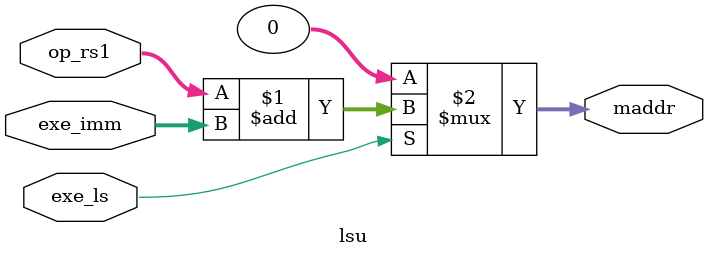
<source format=v>

module lsu (
    input   [31:0]       exe_imm     ,
    input   [31:0]       op_rs1      ,
    input                exe_ls      ,

    output  [31:0]       maddr       
 //   output  [1:0]        mem_size


);

assign maddr = exe_ls ? op_rs1 + exe_imm : 32'b0;


    
endmodule
</source>
